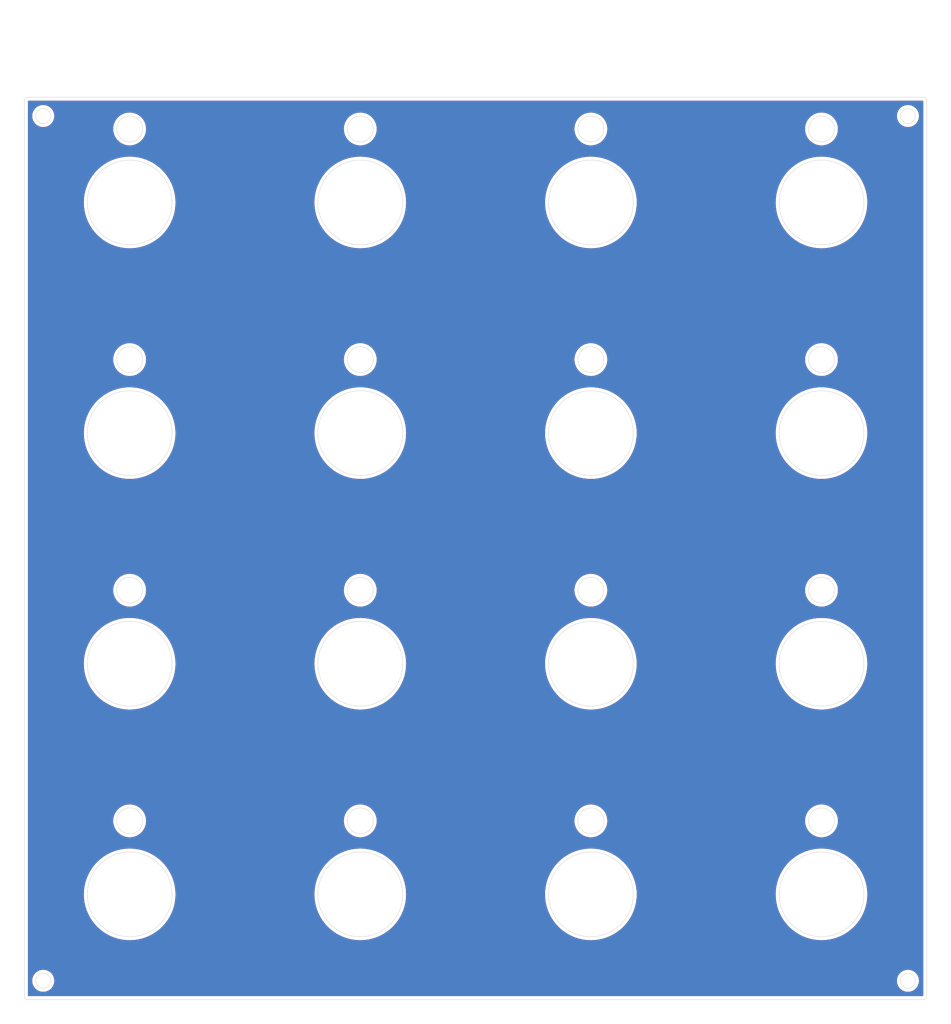
<source format=kicad_pcb>
(kicad_pcb (version 20240108) (generator "pcbnew") (generator_version "8.0")
  (layers (0 "F.Cu" signal) (31 "B.Cu" signal) (34 "B.Paste" user) (35 "F.Paste" user) (36 "B.SilkS" user "B.Silkscreen") (37 "F.SilkS" user "F.Silkscreen") (38 "B.Mask" user) (39 "F.Mask" user) (44 "Edge.Cuts" user))
  (net 0 "")
  (net 1 "GND")
  (gr_circle (center 59.995 51.495) (end 61.495 51.495) (stroke (width 0.05)) (fill none) (layer "Edge.Cuts"))
  (gr_arc (start 47.825 48.2) (mid 47.934835 47.934835) (end 48.2 47.825) (stroke (width 0.05)) (layer "Edge.Cuts"))
  (gr_circle (center 113.335 104.835) (end 114.835 104.835) (stroke (width 0.05)) (fill none) (layer "Edge.Cuts"))
  (gr_circle (center 86.665 86.665) (end 91.565 86.665) (stroke (width 0.05)) (fill none) (layer "Edge.Cuts"))
  (gr_circle (center 140.005 131.505) (end 141.505 131.505) (stroke (width 0.05)) (fill none) (layer "Edge.Cuts"))
  (gr_circle (center 59.995 59.995) (end 64.895 59.995) (stroke (width 0.05)) (fill none) (layer "Edge.Cuts"))
  (gr_circle (center 86.665 113.335) (end 91.565 113.335) (stroke (width 0.05)) (fill none) (layer "Edge.Cuts"))
  (gr_circle (center 113.335 51.495) (end 114.835 51.495) (stroke (width 0.05)) (fill none) (layer "Edge.Cuts"))
  (gr_circle (center 59.995 86.665) (end 64.895 86.665) (stroke (width 0.05)) (fill none) (layer "Edge.Cuts"))
  (gr_circle (center 140.005 51.495) (end 141.505 51.495) (stroke (width 0.05)) (fill none) (layer "Edge.Cuts"))
  (gr_circle (center 113.335 131.505) (end 114.835 131.505) (stroke (width 0.05)) (fill none) (layer "Edge.Cuts"))
  (gr_circle (center 140.005 140.005) (end 144.905 140.005) (stroke (width 0.05)) (fill none) (layer "Edge.Cuts"))
  (gr_circle (center 140.005 104.835) (end 141.505 104.835) (stroke (width 0.05)) (fill none) (layer "Edge.Cuts"))
  (gr_line (start 47.825 151.8) (end 47.825 48.2) (stroke (width 0.05)) (layer "Edge.Cuts"))
  (gr_circle (center 50 150) (end 50.875 150) (stroke (width 0.05)) (fill none) (layer "Edge.Cuts"))
  (gr_circle (center 113.335 59.995) (end 118.235 59.995) (stroke (width 0.05)) (fill none) (layer "Edge.Cuts"))
  (gr_circle (center 50 50) (end 50.875 50) (stroke (width 0.05)) (fill none) (layer "Edge.Cuts"))
  (gr_circle (center 86.665 104.835) (end 88.165 104.835) (stroke (width 0.05)) (fill none) (layer "Edge.Cuts"))
  (gr_circle (center 86.665 51.495) (end 88.165 51.495) (stroke (width 0.05)) (fill none) (layer "Edge.Cuts"))
  (gr_circle (center 113.335 86.665) (end 118.235 86.665) (stroke (width 0.05)) (fill none) (layer "Edge.Cuts"))
  (gr_circle (center 59.995 113.335) (end 64.895 113.335) (stroke (width 0.05)) (fill none) (layer "Edge.Cuts"))
  (gr_circle (center 113.335 113.335) (end 118.235 113.335) (stroke (width 0.05)) (fill none) (layer "Edge.Cuts"))
  (gr_circle (center 113.335 140.005) (end 118.235 140.005) (stroke (width 0.05)) (fill none) (layer "Edge.Cuts"))
  (gr_circle (center 140.005 78.165) (end 141.505 78.165) (stroke (width 0.05)) (fill none) (layer "Edge.Cuts"))
  (gr_circle (center 59.995 131.505) (end 61.495 131.505) (stroke (width 0.05)) (fill none) (layer "Edge.Cuts"))
  (gr_circle (center 150 50) (end 150.875 50) (stroke (width 0.05)) (fill none) (layer "Edge.Cuts"))
  (gr_arc (start 48.2 152.175) (mid 47.934835 152.065165) (end 47.825 151.8) (stroke (width 0.05)) (layer "Edge.Cuts"))
  (gr_circle (center 59.995 104.835) (end 61.495 104.835) (stroke (width 0.05)) (fill none) (layer "Edge.Cuts"))
  (gr_circle (center 86.665 78.165) (end 88.165 78.165) (stroke (width 0.05)) (fill none) (layer "Edge.Cuts"))
  (gr_circle (center 140.005 59.995) (end 144.905 59.995) (stroke (width 0.05)) (fill none) (layer "Edge.Cuts"))
  (gr_circle (center 86.665 59.995) (end 91.565 59.995) (stroke (width 0.05)) (fill none) (layer "Edge.Cuts"))
  (gr_line (start 152.175 48.2) (end 152.175 151.8) (stroke (width 0.05)) (layer "Edge.Cuts"))
  (gr_circle (center 140.005 86.665) (end 144.905 86.665) (stroke (width 0.05)) (fill none) (layer "Edge.Cuts"))
  (gr_circle (center 140.005 113.335) (end 144.905 113.335) (stroke (width 0.05)) (fill none) (layer "Edge.Cuts"))
  (gr_line (start 151.8 152.175) (end 48.2 152.175) (stroke (width 0.05)) (layer "Edge.Cuts"))
  (gr_circle (center 86.665 131.505) (end 88.165 131.505) (stroke (width 0.05)) (fill none) (layer "Edge.Cuts"))
  (gr_circle (center 113.335 78.165) (end 114.835 78.165) (stroke (width 0.05)) (fill none) (layer "Edge.Cuts"))
  (gr_circle (center 59.995 140.005) (end 64.895 140.005) (stroke (width 0.05)) (fill none) (layer "Edge.Cuts"))
  (gr_arc (start 151.8 47.825) (mid 152.065165 47.934835) (end 152.175 48.2) (stroke (width 0.05)) (layer "Edge.Cuts"))
  (gr_circle (center 150 150) (end 150.875 150) (stroke (width 0.05)) (fill none) (layer "Edge.Cuts"))
  (gr_circle (center 86.665 140.005) (end 91.565 140.005) (stroke (width 0.05)) (fill none) (layer "Edge.Cuts"))
  (gr_arc (start 152.175 151.8) (mid 152.065165 152.065165) (end 151.8 152.175) (stroke (width 0.05)) (layer "Edge.Cuts"))
  (gr_circle (center 59.995 78.165) (end 61.495 78.165) (stroke (width 0.05)) (fill none) (layer "Edge.Cuts"))
  (gr_line (start 48.2 47.825) (end 151.8 47.825) (stroke (width 0.05)) (layer "Edge.Cuts"))
  (zone (net 1) (net_name "GND") (layer "F.Cu") (connect_pads (clearance 0.254)) (min_thickness 0.1524) (fill yes (thermal_gap 0.508) (thermal_bridge_width 0.254) (island_removal_mode 2) (island_area_min 10))
    (polygon (pts (xy 45 45) (xy 46 41) (xy 48 41) (xy 49 45) (xy 155 45) (xy 155 155) (xy 45 155)))
  )
  (zone (net 0) (net_name "") (layers "F.Cu" "Edge.Cuts") (connect_pads (clearance 0)) (min_thickness 0.25)
    (keepout (tracks not_allowed) (vias not_allowed) (pads not_allowed) (copperpour not_allowed) (footprints allowed))
    (fill (thermal_gap 0.5) (thermal_bridge_width 0.5))
    (polygon (pts (xy 50.745 119.59) (xy 69.245 119.59) (xy 69.245 124.585) (xy 50.745 124.585)))
  )
  (zone (net 0) (net_name "") (layers "F.Cu" "Edge.Cuts") (connect_pads (clearance 0)) (min_thickness 0.25)
    (keepout (tracks not_allowed) (vias not_allowed) (pads not_allowed) (copperpour not_allowed) (footprints allowed))
    (fill (thermal_gap 0.5) (thermal_bridge_width 0.5))
    (polygon (pts (xy 104.085 66.25) (xy 122.585 66.25) (xy 122.585 71.245) (xy 104.085 71.245)))
  )
  (zone (net 0) (net_name "") (layers "F.Cu" "Edge.Cuts") (connect_pads (clearance 0)) (min_thickness 0.25)
    (keepout (tracks not_allowed) (vias not_allowed) (pads not_allowed) (copperpour not_allowed) (footprints allowed))
    (fill (thermal_gap 0.5) (thermal_bridge_width 0.5))
    (polygon (pts (xy 104.085 146.26) (xy 122.585 146.26) (xy 122.585 151.255) (xy 104.085 151.255)))
  )
  (zone (net 0) (net_name "") (layers "F.Cu" "Edge.Cuts") (connect_pads (clearance 0)) (min_thickness 0.25)
    (keepout (tracks not_allowed) (vias not_allowed) (pads not_allowed) (copperpour not_allowed) (footprints allowed))
    (fill (thermal_gap 0.5) (thermal_bridge_width 0.5))
    (polygon (pts (xy 77.415 92.92) (xy 95.915 92.92) (xy 95.915 97.915) (xy 77.415 97.915)))
  )
  (zone (net 0) (net_name "") (layers "F.Cu" "Edge.Cuts") (connect_pads (clearance 0)) (min_thickness 0.25)
    (keepout (tracks not_allowed) (vias not_allowed) (pads not_allowed) (copperpour not_allowed) (footprints allowed))
    (fill (thermal_gap 0.5) (thermal_bridge_width 0.5))
    (polygon (pts (xy 130.755 119.59) (xy 149.255 119.59) (xy 149.255 124.585) (xy 130.755 124.585)))
  )
  (zone (net 0) (net_name "") (layers "F.Cu" "Edge.Cuts") (connect_pads (clearance 0)) (min_thickness 0.25)
    (keepout (tracks not_allowed) (vias not_allowed) (pads not_allowed) (copperpour not_allowed) (footprints allowed))
    (fill (thermal_gap 0.5) (thermal_bridge_width 0.5))
    (polygon (pts (xy 130.755 66.25) (xy 149.255 66.25) (xy 149.255 71.245) (xy 130.755 71.245)))
  )
  (zone (net 0) (net_name "") (layers "F.Cu" "Edge.Cuts") (connect_pads (clearance 0)) (min_thickness 0.25)
    (keepout (tracks not_allowed) (vias not_allowed) (pads not_allowed) (copperpour not_allowed) (footprints allowed))
    (fill (thermal_gap 0.5) (thermal_bridge_width 0.5))
    (polygon (pts (xy 50.745 92.92) (xy 69.245 92.92) (xy 69.245 97.915) (xy 50.745 97.915)))
  )
  (zone (net 0) (net_name "") (layers "F.Cu" "Edge.Cuts") (connect_pads (clearance 0)) (min_thickness 0.25)
    (keepout (tracks not_allowed) (vias not_allowed) (pads not_allowed) (copperpour not_allowed) (footprints allowed))
    (fill (thermal_gap 0.5) (thermal_bridge_width 0.5))
    (polygon (pts (xy 50.745 66.25) (xy 69.245 66.25) (xy 69.245 71.245) (xy 50.745 71.245)))
  )
  (zone (net 0) (net_name "") (layers "F.Cu" "Edge.Cuts") (connect_pads (clearance 0)) (min_thickness 0.25)
    (keepout (tracks not_allowed) (vias not_allowed) (pads not_allowed) (copperpour not_allowed) (footprints allowed))
    (fill (thermal_gap 0.5) (thermal_bridge_width 0.5))
    (polygon (pts (xy 77.415 119.59) (xy 95.915 119.59) (xy 95.915 124.585) (xy 77.415 124.585)))
  )
  (zone (net 0) (net_name "") (layers "F.Cu" "Edge.Cuts") (connect_pads (clearance 0)) (min_thickness 0.25)
    (keepout (tracks not_allowed) (vias not_allowed) (pads not_allowed) (copperpour not_allowed) (footprints allowed))
    (fill (thermal_gap 0.5) (thermal_bridge_width 0.5))
    (polygon (pts (xy 51.3875 149.1875) (xy 50.75 148.55) (xy 50.745 146.26) (xy 69.245 146.26) (xy 69.245 151.255) (xy 51.5 151.255) (xy 51.5 149.45) (xy 51.5 149.3)))
  )
  (zone (net 0) (net_name "") (layers "F.Cu" "Edge.Cuts") (connect_pads (clearance 0)) (min_thickness 0.25)
    (keepout (tracks not_allowed) (vias not_allowed) (pads not_allowed) (copperpour not_allowed) (footprints allowed))
    (fill (thermal_gap 0.5) (thermal_bridge_width 0.5))
    (polygon (pts (xy 104.085 92.92) (xy 122.585 92.92) (xy 122.585 97.915) (xy 104.085 97.915)))
  )
  (zone (net 0) (net_name "") (layers "F.Cu" "Edge.Cuts") (connect_pads (clearance 0)) (min_thickness 0.25)
    (keepout (tracks not_allowed) (vias not_allowed) (pads not_allowed) (copperpour not_allowed) (footprints allowed))
    (fill (thermal_gap 0.5) (thermal_bridge_width 0.5))
    (polygon (pts (xy 77.415 146.26) (xy 95.915 146.26) (xy 95.915 151.255) (xy 77.415 151.255)))
  )
  (zone (net 0) (net_name "") (layers "F.Cu" "Edge.Cuts") (connect_pads (clearance 0)) (min_thickness 0.25)
    (keepout (tracks not_allowed) (vias not_allowed) (pads not_allowed) (copperpour not_allowed) (footprints allowed))
    (fill (thermal_gap 0.5) (thermal_bridge_width 0.5))
    (polygon (pts (xy 77.415 66.25) (xy 95.915 66.25) (xy 95.915 71.245) (xy 77.415 71.245)))
  )
  (zone (net 0) (net_name "") (layers "F.Cu" "Edge.Cuts") (connect_pads (clearance 0)) (min_thickness 0.25)
    (keepout (tracks not_allowed) (vias not_allowed) (pads not_allowed) (copperpour not_allowed) (footprints allowed))
    (fill (thermal_gap 0.5) (thermal_bridge_width 0.5))
    (polygon (pts (xy 130.755 92.92) (xy 149.255 92.92) (xy 149.255 97.915) (xy 130.755 97.915)))
  )
  (zone (net 0) (net_name "") (layers "F.Cu" "Edge.Cuts") (connect_pads (clearance 0)) (min_thickness 0.25)
    (keepout (tracks not_allowed) (vias not_allowed) (pads not_allowed) (copperpour not_allowed) (footprints allowed))
    (fill (thermal_gap 0.5) (thermal_bridge_width 0.5))
    (polygon (pts (xy 148.6225 149.1875) (xy 149.26 148.55) (xy 149.265 146.26) (xy 130.765 146.26) (xy 130.765 151.255) (xy 148.51 151.255) (xy 148.51 149.45) (xy 148.51 149.3)))
  )
  (zone (net 0) (net_name "") (layers "F.Cu" "Edge.Cuts") (connect_pads (clearance 0)) (min_thickness 0.25)
    (keepout (tracks not_allowed) (vias not_allowed) (pads not_allowed) (copperpour not_allowed) (footprints allowed))
    (fill (thermal_gap 0.5) (thermal_bridge_width 0.5))
    (polygon (pts (xy 104.085 119.59) (xy 122.585 119.59) (xy 122.585 124.585) (xy 104.085 124.585)))
  )
  (zone (net 1) (net_name "GND") (layer "B.Cu") (connect_pads (clearance 0.254)) (min_thickness 0.1524) (fill yes (thermal_gap 0.508) (thermal_bridge_width 0.254) (island_removal_mode 2) (island_area_min 10))
    (polygon (pts (xy 45 45) (xy 54 45) (xy 55 41) (xy 57 41) (xy 58 45) (xy 155 45) (xy 155 155) (xy 45 155)))
  )
)
</source>
